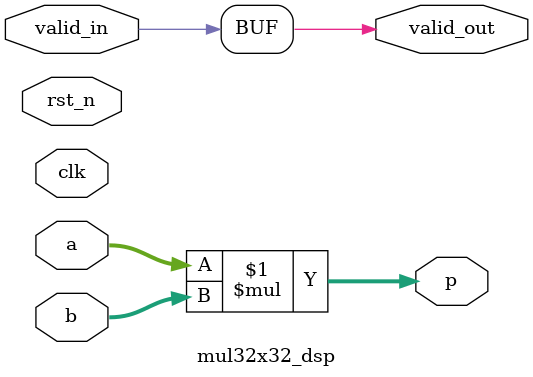
<source format=v>
`timescale 1ns/1ps
module mul32x32_dsp (
    input  wire clk,
    input  wire rst_n,
    input  wire [31:0] a,
    input  wire [31:0] b,
    input  wire        valid_in,
    output wire [63:0] p,
    output wire        valid_out
);
// TODO
assign p = a * b;
assign valid_out = valid_in;
endmodule

</source>
